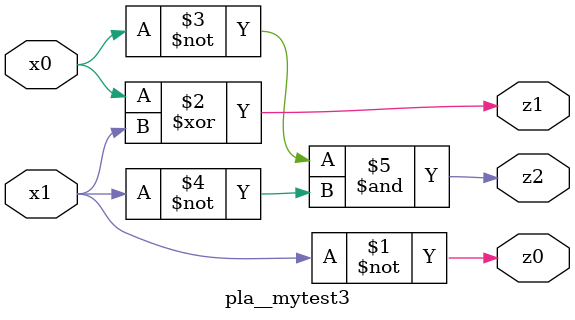
<source format=v>
module pla__mytest3 ( 
    x0, x1,
    z0, z1, z2  );
  input  x0, x1;
  output z0, z1, z2;
  assign z0 = ~x1;
  assign z1 = x0 ^ x1;
  assign z2 = ~x0 & ~x1;
endmodule
</source>
